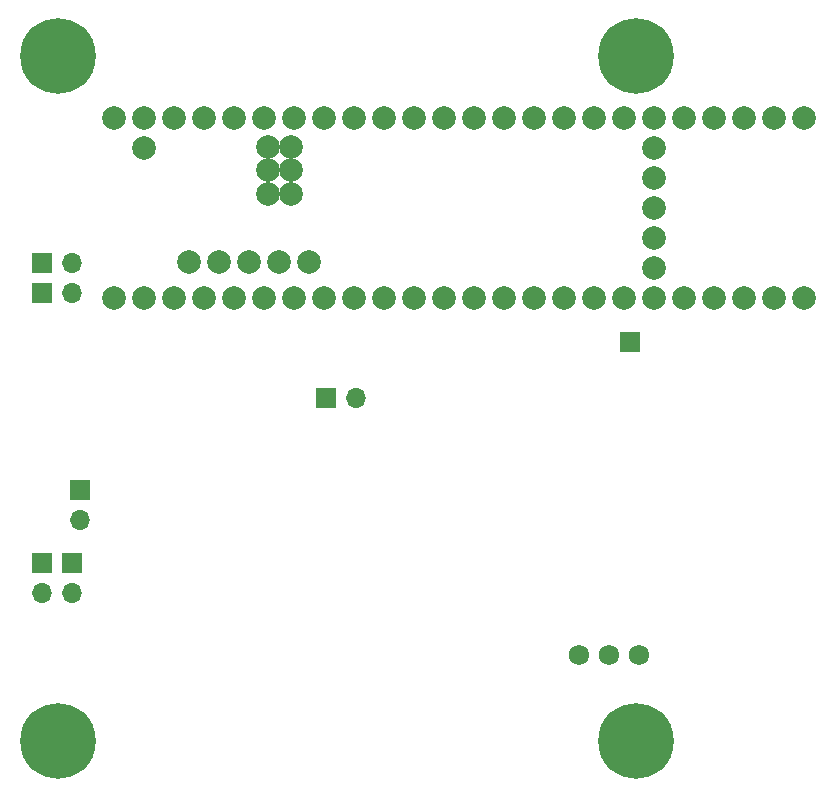
<source format=gbr>
%TF.GenerationSoftware,KiCad,Pcbnew,7.0.6*%
%TF.CreationDate,2024-05-03T22:58:32-04:00*%
%TF.ProjectId,mainbox_baclup,6d61696e-626f-4785-9f62-61636c75702e,rev?*%
%TF.SameCoordinates,Original*%
%TF.FileFunction,Soldermask,Bot*%
%TF.FilePolarity,Negative*%
%FSLAX46Y46*%
G04 Gerber Fmt 4.6, Leading zero omitted, Abs format (unit mm)*
G04 Created by KiCad (PCBNEW 7.0.6) date 2024-05-03 22:58:32*
%MOMM*%
%LPD*%
G01*
G04 APERTURE LIST*
%ADD10C,2.004000*%
%ADD11C,6.400000*%
%ADD12R,1.700000X1.700000*%
%ADD13O,1.700000X1.700000*%
%ADD14C,1.725000*%
G04 APERTURE END LIST*
D10*
%TO.C,U5*%
X167132000Y-92202000D03*
X169672000Y-92202000D03*
X172212000Y-92202000D03*
X174752000Y-92202000D03*
X200152000Y-92202000D03*
X169672000Y-76962000D03*
X210312000Y-87122000D03*
X177292000Y-92202000D03*
X179832000Y-92202000D03*
X170942000Y-89152000D03*
X182372000Y-92202000D03*
X184912000Y-92202000D03*
X187452000Y-92202000D03*
X189992000Y-92202000D03*
X192532000Y-92202000D03*
X195072000Y-92202000D03*
X197612000Y-92202000D03*
X197612000Y-76962000D03*
X195072000Y-76962000D03*
X192532000Y-76962000D03*
X189992000Y-76962000D03*
X187452000Y-76962000D03*
X184912000Y-76962000D03*
X182372000Y-76962000D03*
X179832000Y-76962000D03*
X177292000Y-76962000D03*
X174752000Y-76962000D03*
X172212000Y-76962000D03*
X202692000Y-92202000D03*
X205232000Y-92202000D03*
X207772000Y-92202000D03*
X210312000Y-92202000D03*
X212852000Y-92202000D03*
X215392000Y-92202000D03*
X217932000Y-92202000D03*
X220472000Y-92202000D03*
X223012000Y-92202000D03*
X223012000Y-76962000D03*
X220472000Y-76962000D03*
X217932000Y-76962000D03*
X215392000Y-76962000D03*
X212852000Y-76962000D03*
X210312000Y-76962000D03*
X207772000Y-76962000D03*
X205232000Y-76962000D03*
X202692000Y-76962000D03*
X176022000Y-89152000D03*
X173482000Y-89152000D03*
X164592000Y-92202000D03*
X200152000Y-76962000D03*
X167132000Y-76962000D03*
X210312000Y-84582000D03*
X179562000Y-81412000D03*
X177562000Y-81412000D03*
X210312000Y-79502000D03*
X210312000Y-82042000D03*
X177562000Y-79412000D03*
X179562000Y-79412000D03*
X179562000Y-83412000D03*
X177562000Y-83412000D03*
X178562000Y-89152000D03*
X181102000Y-89152000D03*
X210312000Y-89662000D03*
X164592000Y-76962000D03*
X167132000Y-79502000D03*
%TD*%
D11*
%TO.C,H1*%
X208788000Y-71755000D03*
%TD*%
%TO.C,H3*%
X159788000Y-129755000D03*
%TD*%
D12*
%TO.C,J9*%
X182499000Y-100711000D03*
D13*
X185039000Y-100711000D03*
%TD*%
D12*
%TO.C,J8*%
X161671000Y-108458000D03*
D13*
X161671000Y-110998000D03*
%TD*%
D12*
%TO.C,J11*%
X158491000Y-91821000D03*
D13*
X161031000Y-91821000D03*
%TD*%
D14*
%TO.C,PS1*%
X203962000Y-122465000D03*
X206502000Y-122465000D03*
X209042000Y-122465000D03*
%TD*%
D12*
%TO.C,J6*%
X208229200Y-95961200D03*
%TD*%
%TO.C,J2*%
X158491000Y-89281000D03*
D13*
X161031000Y-89281000D03*
%TD*%
D12*
%TO.C,J4*%
X161036000Y-114676000D03*
D13*
X161036000Y-117216000D03*
%TD*%
D11*
%TO.C,H2*%
X159788000Y-71755000D03*
%TD*%
D12*
%TO.C,J5*%
X158498000Y-114709000D03*
D13*
X158498000Y-117249000D03*
%TD*%
D11*
%TO.C,H4*%
X208788000Y-129755000D03*
%TD*%
M02*

</source>
